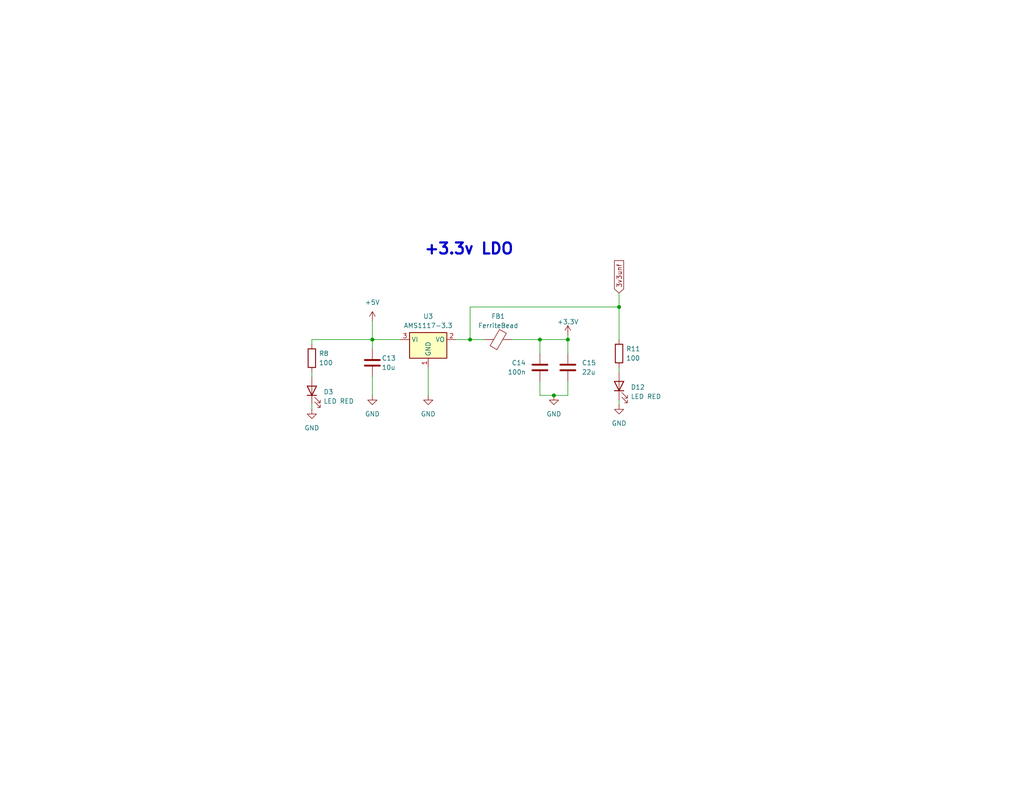
<source format=kicad_sch>
(kicad_sch (version 20250114) (generator "eeschema") (generator_version "9.0")
  (paper "A")
  (title_block (title "Development Board") (date "2025-05-14") (rev "2.3.1B") (company "Plastic Scanner"))
  (lib_symbols
    (symbol "Device:C" (pin_numbers (hide yes)) (pin_names (offset 0.254))
      (property "Reference" "C" (at 0.635 2.54 0))
      (property "Value" "C" (at 0.635 -2.54 0))
      (symbol "C_0_1"
        (polyline (pts (xy -2.032 0.762) (xy 2.032 0.762)) (stroke (width 0.508)))
        (polyline (pts (xy -2.032 -0.762) (xy 2.032 -0.762)) (stroke (width 0.508)))
      )
      (symbol "C_1_1"
        (pin passive line (at 0 3.81 270) (length 2.794) (name "~") (number "1"))
        (pin passive line (at 0 -3.81 90) (length 2.794) (name "~") (number "2"))
      )
    )
    (symbol "Device:FerriteBead" (pin_numbers (hide yes)) (pin_names (offset 0))
      (property "Reference" "FB" (at -3.81 0.635 90))
      (property "Value" "FerriteBead" (at 3.81 0 90))
      (symbol "FerriteBead_0_1"
        (polyline (pts (xy -2.7686 0.4064) (xy -1.7018 2.2606) (xy 2.7686 -0.3048) (xy 1.6764 -2.159) (xy -2.7686 0.4064)))
        (polyline (pts (xy 0 1.27) (xy 0 1.2954)))
        (polyline (pts (xy 0 -1.27) (xy 0 -1.2192)))
      )
      (symbol "FerriteBead_1_1"
        (pin passive line (at 0 3.81 270) (length 2.54) (name "~") (number "1"))
        (pin passive line (at 0 -3.81 90) (length 2.54) (name "~") (number "2"))
      )
    )
    (symbol "Device:LED" (pin_numbers (hide yes)) (pin_names (offset 1.016) (hide yes))
      (property "Reference" "D" (at 0 2.54 0))
      (property "Value" "LED" (at 0 -2.54 0))
      (symbol "LED_0_1"
        (polyline (pts (xy -3.048 -0.762) (xy -4.572 -2.286) (xy -3.81 -2.286) (xy -4.572 -2.286) (xy -4.572 -1.524)))
        (polyline (pts (xy -1.778 -0.762) (xy -3.302 -2.286) (xy -2.54 -2.286) (xy -3.302 -2.286) (xy -3.302 -1.524)))
        (polyline (pts (xy -1.27 0) (xy 1.27 0)))
        (polyline (pts (xy -1.27 -1.27) (xy -1.27 1.27)) (stroke (width 0.254)))
        (polyline (pts (xy 1.27 -1.27) (xy 1.27 1.27) (xy -1.27 0) (xy 1.27 -1.27)) (stroke (width 0.254)))
      )
      (symbol "LED_1_1"
        (pin passive line (at -3.81 0 0) (length 2.54) (name "K") (number "1"))
        (pin passive line (at 3.81 0 180) (length 2.54) (name "A") (number "2"))
      )
    )
    (symbol "Device:R" (pin_numbers (hide yes)) (pin_names (offset 0))
      (property "Reference" "R" (at 2.032 0 90))
      (property "Value" "R" (at 0 0 90))
      (symbol "R_0_1"
        (rectangle (start -1.016 -2.54) (end 1.016 2.54) (stroke (width 0.254)))
      )
      (symbol "R_1_1"
        (pin passive line (at 0 3.81 270) (length 1.27) (name "~") (number "1"))
        (pin passive line (at 0 -3.81 90) (length 1.27) (name "~") (number "2"))
      )
    )
    (symbol "Regulator_Linear:AMS1117-3.3"
      (property "Reference" "U" (at -3.81 3.175 0))
      (property "Value" "AMS1117-3.3" (at 0 3.175 0))
      (symbol "AMS1117-3.3_0_1"
        (rectangle (start -5.08 -5.08) (end 5.08 1.905) (stroke (width 0.254)) (fill (type background)))
      )
      (symbol "AMS1117-3.3_1_1"
        (pin power_in line (at -7.62 0 0) (length 2.54) (name "VI") (number "3"))
        (pin power_in line (at 0 -7.62 90) (length 2.54) (name "GND") (number "1"))
        (pin power_out line (at 7.62 0 180) (length 2.54) (name "VO") (number "2"))
      )
    )
    (symbol "power:+3.3V" (power) (pin_numbers (hide yes)) (pin_names (offset 0) (hide yes))
      (property "Value" "+3.3V" (at 0 3.556 0))
      (symbol "+3.3V_0_1"
        (polyline (pts (xy -0.762 1.27) (xy 0 2.54)))
        (polyline (pts (xy 0 2.54) (xy 0.762 1.27)))
        (polyline (pts (xy 0 0) (xy 0 2.54)))
      )
      (symbol "+3.3V_1_1"
        (pin power_in line (at 0 0 90) (length 0) (name "~") (number "1"))
      )
    )
    (symbol "power:+5V" (power) (pin_numbers (hide yes)) (pin_names (offset 0) (hide yes))
      (property "Value" "+5V" (at 0 3.556 0))
      (symbol "+5V_0_1"
        (polyline (pts (xy -0.762 1.27) (xy 0 2.54)))
        (polyline (pts (xy 0 2.54) (xy 0.762 1.27)))
        (polyline (pts (xy 0 0) (xy 0 2.54)))
      )
      (symbol "+5V_1_1"
        (pin power_in line (at 0 0 90) (length 0) (name "~") (number "1"))
      )
    )
    (symbol "power:GND" (power) (pin_numbers (hide yes)) (pin_names (offset 0) (hide yes))
      (property "Value" "GND" (at 0 -3.81 0))
      (symbol "GND_0_1"
        (polyline (pts (xy 0 0) (xy 0 -1.27) (xy 1.27 -1.27) (xy 0 -2.54) (xy -1.27 -1.27) (xy 0 -1.27)))
      )
      (symbol "GND_1_1"
        (pin power_in line (at 0 0 270) (length 0) (name "~") (number "1"))
      )
    )
  )
  (text "+3.3v LDO" (at 115.57 69.85 0) (effects (font (size 3 3) (thickness 0.6) (bold yes)) (justify left bottom)))
  (junction (at 101.6 92.71))
  (junction (at 147.32 92.71))
  (junction (at 154.94 92.71))
  (junction (at 128.27 92.71))
  (junction (at 168.91 83.82))
  (junction (at 151.13 107.95))
  (wire (pts (xy 85.09 110.49) (xy 85.09 111.76)))
  (wire (pts (xy 147.32 104.14) (xy 147.32 107.95)))
  (wire (pts (xy 101.6 102.87) (xy 101.6 107.95)))
  (wire (pts (xy 147.32 92.71) (xy 147.32 96.52)))
  (wire (pts (xy 147.32 107.95) (xy 151.13 107.95)))
  (wire (pts (xy 139.7 92.71) (xy 147.32 92.71)))
  (wire (pts (xy 101.6 92.71) (xy 109.22 92.71)))
  (wire (pts (xy 168.91 100.33) (xy 168.91 101.6)))
  (wire (pts (xy 154.94 107.95) (xy 151.13 107.95)))
  (wire (pts (xy 168.91 83.82) (xy 128.27 83.82)))
  (wire (pts (xy 124.46 92.71) (xy 128.27 92.71)))
  (wire (pts (xy 128.27 83.82) (xy 128.27 92.71)))
  (wire (pts (xy 168.91 109.22) (xy 168.91 110.49)))
  (wire (pts (xy 85.09 101.6) (xy 85.09 102.87)))
  (wire (pts (xy 101.6 87.63) (xy 101.6 92.71)))
  (wire (pts (xy 154.94 104.14) (xy 154.94 107.95)))
  (wire (pts (xy 116.84 100.33) (xy 116.84 107.95)))
  (wire (pts (xy 85.09 92.71) (xy 101.6 92.71)))
  (wire (pts (xy 154.94 91.44) (xy 154.94 92.71)))
  (wire (pts (xy 168.91 92.71) (xy 168.91 83.82)))
  (wire (pts (xy 147.32 92.71) (xy 154.94 92.71)))
  (wire (pts (xy 128.27 92.71) (xy 132.08 92.71)))
  (wire (pts (xy 154.94 92.71) (xy 154.94 96.52)))
  (wire (pts (xy 168.91 80.01) (xy 168.91 83.82)))
  (wire (pts (xy 85.09 92.71) (xy 85.09 93.98)))
  (wire (pts (xy 101.6 95.25) (xy 101.6 92.71)))
  (global_label "3v3unf" (shape input) (at 168.91 80.01 90) (property "Intersheetrefs" "${INTERSHEET_REFS}" (effects (hide yes))))
  (symbol (lib_id "Device:C") (at 154.94 100.33 0) (unit 1)
    (property "Reference" "C15" (at 158.75 99.0599 0) (effects (justify left)))
    (property "Value" "22u" (at 158.75 101.5999 0) (effects (justify left)))
    (property "Footprint" "Capacitor_SMD:C_0805_2012Metric_Pad1.18x1.45mm_HandSolder" (effects (hide yes)))
  )
  (symbol (lib_id "Device:LED") (at 85.09 106.68 90) (unit 1)
    (property "Reference" "D3" (at 88.265 106.9974 90) (effects (justify right)))
    (property "Value" "LED RED" (at 88.265 109.5374 90) (effects (justify right)))
    (property "Footprint" "LED_SMD:LED_0805_2012Metric_Pad1.15x1.40mm_HandSolder" (effects (hide yes)))
  )
  (symbol (lib_id "power:GND") (at 168.91 110.49 0) (unit 1)
    (property "Reference" "#PWR013" (effects (hide yes)))
    (property "Value" "GND" (at 168.91 115.57 0))
    (property "Description" "Power symbol creates a global label with name \"GND\" , ground" (effects (hide yes)))
  )
  (symbol (lib_id "power:GND") (at 151.13 107.95 0) (unit 1)
    (property "Reference" "#PWR25" (effects (hide yes)))
    (property "Value" "GND" (at 151.13 113.03 0))
    (property "Description" "Power symbol creates a global label with name \"GND\" , ground" (effects (hide yes)))
  )
  (symbol (lib_id "Device:FerriteBead") (at 135.89 92.71 270) (unit 1)
    (property "Reference" "FB1" (at 135.9408 86.36 90))
    (property "Value" "FerriteBead" (at 135.9408 88.9 90))
    (property "Footprint" "Resistor_SMD:R_0805_2012Metric_Pad1.20x1.40mm_HandSolder" (effects (hide yes)))
  )
  (symbol (lib_id "Device:C") (at 147.32 100.33 0) (mirror x) (unit 1)
    (property "Reference" "C14" (at 143.51 99.0599 0) (effects (justify right)))
    (property "Value" "100n" (at 143.51 101.5999 0) (effects (justify right)))
    (property "Footprint" "Capacitor_SMD:C_0805_2012Metric_Pad1.18x1.45mm_HandSolder" (effects (hide yes)))
  )
  (symbol (lib_id "Device:LED") (at 168.91 105.41 90) (unit 1)
    (property "Reference" "D12" (at 172.085 105.7274 90) (effects (justify right)))
    (property "Value" "LED RED" (at 172.085 108.2674 90) (effects (justify right)))
    (property "Footprint" "LED_SMD:LED_0805_2012Metric_Pad1.15x1.40mm_HandSolder" (effects (hide yes)))
  )
  (symbol (lib_id "Device:R") (at 85.09 97.79 0) (mirror y) (unit 1)
    (property "Reference" "R8" (at 86.995 96.5199 0) (effects (justify right)))
    (property "Value" "100" (at 86.995 99.0599 0) (effects (justify right)))
    (property "Footprint" "Resistor_SMD:R_0805_2012Metric_Pad1.20x1.40mm_HandSolder" (effects (hide yes)))
  )
  (symbol (lib_id "Device:C") (at 101.6 99.06 0) (unit 1)
    (property "Reference" "C13" (at 104.14 97.79 0) (effects (justify left)))
    (property "Value" "10u" (at 104.14 100.33 0) (effects (justify left)))
    (property "Footprint" "Capacitor_SMD:C_0805_2012Metric_Pad1.18x1.45mm_HandSolder" (effects (hide yes)))
  )
  (symbol (lib_id "power:+3.3V") (at 154.94 91.44 0) (unit 1)
    (property "Reference" "#PWR26" (effects (hide yes)))
    (property "Value" "+3.3V" (at 154.94 87.884 0))
    (property "Description" "Power symbol creates a global label with name \"+3.3V\"" (effects (hide yes)))
  )
  (symbol (lib_id "Regulator_Linear:AMS1117-3.3") (at 116.84 92.71 0) (unit 1)
    (property "Reference" "U3" (at 116.84 86.36 0))
    (property "Value" "AMS1117-3.3" (at 116.84 88.9 0))
    (property "Footprint" "Package_TO_SOT_SMD:SOT-223-3_TabPin2" (effects (hide yes)))
    (property "Datasheet" "http://www.advanced-monolithic.com/pdf/ds1117.pdf" (effects (hide yes)))
    (property "Description" "1A Low Dropout regulator, positive, 3.3V fixed output, SOT-223" (effects (hide yes)))
  )
  (symbol (lib_id "power:GND") (at 85.09 111.76 0) (unit 1)
    (property "Reference" "#PWR017" (effects (hide yes)))
    (property "Value" "GND" (at 85.09 116.84 0))
    (property "Description" "Power symbol creates a global label with name \"GND\" , ground" (effects (hide yes)))
  )
  (symbol (lib_id "power:GND") (at 116.84 107.95 0) (unit 1)
    (property "Reference" "#PWR24" (effects (hide yes)))
    (property "Value" "GND" (at 116.84 113.03 0))
    (property "Description" "Power symbol creates a global label with name \"GND\" , ground" (effects (hide yes)))
  )
  (symbol (lib_id "power:GND") (at 101.6 107.95 0) (unit 1)
    (property "Reference" "#PWR23" (effects (hide yes)))
    (property "Value" "GND" (at 101.6 113.03 0))
    (property "Description" "Power symbol creates a global label with name \"GND\" , ground" (effects (hide yes)))
  )
  (symbol (lib_id "power:+5V") (at 101.6 87.63 0) (unit 1)
    (property "Reference" "#PWR02" (effects (hide yes)))
    (property "Value" "+5V" (at 101.6 82.55 0))
    (property "Description" "Power symbol creates a global label with name \"+5V\"" (effects (hide yes)))
  )
  (symbol (lib_id "Device:R") (at 168.91 96.52 0) (mirror y) (unit 1)
    (property "Reference" "R11" (at 170.815 95.2499 0) (effects (justify right)))
    (property "Value" "100" (at 170.815 97.7899 0) (effects (justify right)))
    (property "Footprint" "Resistor_SMD:R_0805_2012Metric_Pad1.20x1.40mm_HandSolder" (effects (hide yes)))
  )
)
</source>
